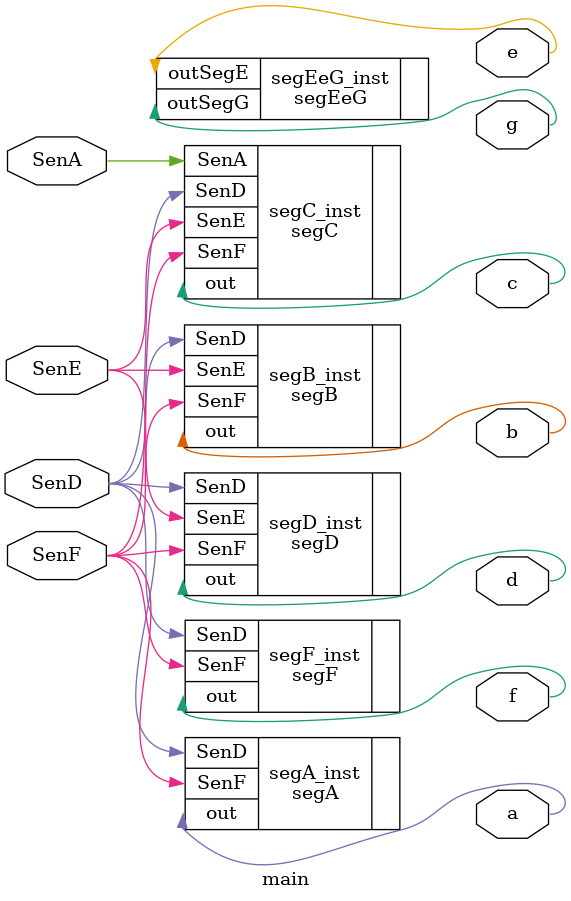
<source format=v>
module main(SenE, SenF, SenD, SenA, a, b, c, d, e, f, g);
	input SenE, SenF, SenD, SenA;
	output a, b, c, d, e, f, g;
	
	// instanciando os segmentos da matriz de led
	segA segA_inst(.out(a), .SenF(SenF), .SenD(SenD)); // instancia do segmento a
	
	segB segB_inst(.out(b), .SenE(SenE), .SenF(SenF), .SenD(SenD)); // instancia do segmento b

	segC segC_inst(.out(c), .SenF(SenF), .SenD(SenD), .SenE(SenE), .SenA(SenA)); // instancia do segmento c
	segD segD_inst(.out(d), .SenF(SenF), .SenE(SenE), .SenD(SenD));
	
	segEeG segEeG_inst(.outSegE(e), .outSegG(g));
	
	segF segF_inst(.out(f), .SenF(SenF), .SenD(SenD));
	
endmodule
	
</source>
